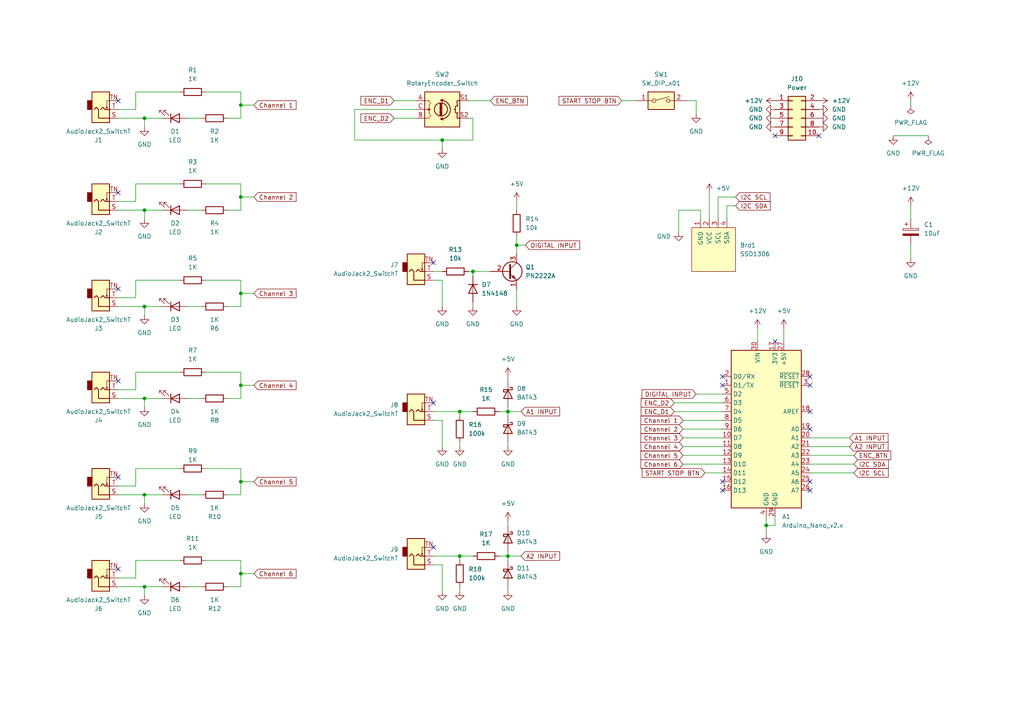
<source format=kicad_sch>
(kicad_sch (version 20211123) (generator eeschema)
  (paper "A4")
  (lib_symbols
    (symbol "Connector:AudioJack2_SwitchT"
      (property "Reference" "J" (at 0 8.89 0))
      (property "Value" "AudioJack2_SwitchT" (at 0 6.35 0))
      (symbol "AudioJack2_SwitchT_0_1"
        (rectangle (start -2.54 0) (end -3.81 -2.54) (stroke (width 0.254)) (fill (type outline)))
        (polyline (pts (xy 1.778 -0.254) (xy 2.032 -0.762)))
        (polyline (pts (xy 0 0) (xy 0.635 -0.635) (xy 1.27 0) (xy 2.54 0)) (stroke (width 0.254)))
        (polyline (pts (xy 2.54 -2.54) (xy 1.778 -2.54) (xy 1.778 -0.254) (xy 1.524 -0.762)))
        (polyline (pts (xy 2.54 2.54) (xy -0.635 2.54) (xy -0.635 0) (xy -1.27 -0.635) (xy -1.905 0)) (stroke (width 0.254)))
        (rectangle (start 2.54 3.81) (end -2.54 -5.08) (stroke (width 0.254)) (fill (type background)))
      )
      (symbol "AudioJack2_SwitchT_1_1"
        (pin passive line (at 5.08 2.54 180) (length 2.54) (name "~") (number "S"))
        (pin passive line (at 5.08 0 180) (length 2.54) (name "~") (number "T"))
        (pin passive line (at 5.08 -2.54 180) (length 2.54) (name "~") (number "TN"))
      )
    )
    (symbol "Connector_Generic:Conn_02x05_Odd_Even" (pin_names (offset 1.016) hide)
      (property "Reference" "J" (at 1.27 7.62 0))
      (property "Value" "Conn_02x05_Odd_Even" (at 1.27 -7.62 0))
      (symbol "Conn_02x05_Odd_Even_1_1"
        (rectangle (start -1.27 -4.953) (end 0 -5.207) (stroke (width 0.1524)))
        (rectangle (start -1.27 -2.413) (end 0 -2.667) (stroke (width 0.1524)))
        (rectangle (start -1.27 0.127) (end 0 -0.127) (stroke (width 0.1524)))
        (rectangle (start -1.27 2.667) (end 0 2.413) (stroke (width 0.1524)))
        (rectangle (start -1.27 5.207) (end 0 4.953) (stroke (width 0.1524)))
        (rectangle (start -1.27 6.35) (end 3.81 -6.35) (stroke (width 0.254)) (fill (type background)))
        (rectangle (start 3.81 -4.953) (end 2.54 -5.207) (stroke (width 0.1524)))
        (rectangle (start 3.81 -2.413) (end 2.54 -2.667) (stroke (width 0.1524)))
        (rectangle (start 3.81 0.127) (end 2.54 -0.127) (stroke (width 0.1524)))
        (rectangle (start 3.81 2.667) (end 2.54 2.413) (stroke (width 0.1524)))
        (rectangle (start 3.81 5.207) (end 2.54 4.953) (stroke (width 0.1524)))
        (pin passive line (at -5.08 5.08 0) (length 3.81) (name "Pin_1") (number "1"))
        (pin passive line (at 7.62 -5.08 180) (length 3.81) (name "Pin_10") (number "10"))
        (pin passive line (at 7.62 5.08 180) (length 3.81) (name "Pin_2") (number "2"))
        (pin passive line (at -5.08 2.54 0) (length 3.81) (name "Pin_3") (number "3"))
        (pin passive line (at 7.62 2.54 180) (length 3.81) (name "Pin_4") (number "4"))
        (pin passive line (at -5.08 0 0) (length 3.81) (name "Pin_5") (number "5"))
        (pin passive line (at 7.62 0 180) (length 3.81) (name "Pin_6") (number "6"))
        (pin passive line (at -5.08 -2.54 0) (length 3.81) (name "Pin_7") (number "7"))
        (pin passive line (at 7.62 -2.54 180) (length 3.81) (name "Pin_8") (number "8"))
        (pin passive line (at -5.08 -5.08 0) (length 3.81) (name "Pin_9") (number "9"))
      )
    )
    (symbol "Device:C_Polarized" (pin_numbers hide) (pin_names (offset 0.254))
      (property "Reference" "C" (at 0.635 2.54 0))
      (property "Value" "C_Polarized" (at 0.635 -2.54 0))
      (symbol "C_Polarized_0_1"
        (rectangle (start -2.286 0.508) (end 2.286 1.016))
        (polyline (pts (xy -1.778 2.286) (xy -0.762 2.286)))
        (polyline (pts (xy -1.27 2.794) (xy -1.27 1.778)))
        (rectangle (start 2.286 -0.508) (end -2.286 -1.016) (fill (type outline)))
      )
      (symbol "C_Polarized_1_1"
        (pin passive line (at 0 3.81 270) (length 2.794) (name "~") (number "1"))
        (pin passive line (at 0 -3.81 90) (length 2.794) (name "~") (number "2"))
      )
    )
    (symbol "Device:D" (pin_numbers hide) (pin_names (offset 1.016) hide)
      (property "Reference" "D" (at 0 2.54 0))
      (property "Value" "D" (at 0 -2.54 0))
      (symbol "D_0_1"
        (polyline (pts (xy -1.27 1.27) (xy -1.27 -1.27)) (stroke (width 0.254)))
        (polyline (pts (xy 1.27 0) (xy -1.27 0)))
        (polyline (pts (xy 1.27 1.27) (xy 1.27 -1.27) (xy -1.27 0) (xy 1.27 1.27)) (stroke (width 0.254)))
      )
      (symbol "D_1_1"
        (pin passive line (at -3.81 0 0) (length 2.54) (name "K") (number "1"))
        (pin passive line (at 3.81 0 180) (length 2.54) (name "A") (number "2"))
      )
    )
    (symbol "Device:D_Schottky" (pin_numbers hide) (pin_names (offset 1.016) hide)
      (property "Reference" "D" (at 0 2.54 0))
      (property "Value" "D_Schottky" (at 0 -2.54 0))
      (symbol "D_Schottky_0_1"
        (polyline (pts (xy 1.27 0) (xy -1.27 0)))
        (polyline (pts (xy 1.27 1.27) (xy 1.27 -1.27) (xy -1.27 0) (xy 1.27 1.27)) (stroke (width 0.254)))
        (polyline (pts (xy -1.905 0.635) (xy -1.905 1.27) (xy -1.27 1.27) (xy -1.27 -1.27) (xy -0.635 -1.27) (xy -0.635 -0.635)) (stroke (width 0.254)))
      )
      (symbol "D_Schottky_1_1"
        (pin passive line (at -3.81 0 0) (length 2.54) (name "K") (number "1"))
        (pin passive line (at 3.81 0 180) (length 2.54) (name "A") (number "2"))
      )
    )
    (symbol "Device:LED" (pin_numbers hide) (pin_names (offset 1.016) hide)
      (property "Reference" "D" (at 0 2.54 0))
      (property "Value" "LED" (at 0 -2.54 0))
      (symbol "LED_0_1"
        (polyline (pts (xy -1.27 -1.27) (xy -1.27 1.27)) (stroke (width 0.254)))
        (polyline (pts (xy -1.27 0) (xy 1.27 0)))
        (polyline (pts (xy 1.27 -1.27) (xy 1.27 1.27) (xy -1.27 0) (xy 1.27 -1.27)) (stroke (width 0.254)))
        (polyline (pts (xy -3.048 -0.762) (xy -4.572 -2.286) (xy -3.81 -2.286) (xy -4.572 -2.286) (xy -4.572 -1.524)))
        (polyline (pts (xy -1.778 -0.762) (xy -3.302 -2.286) (xy -2.54 -2.286) (xy -3.302 -2.286) (xy -3.302 -1.524)))
      )
      (symbol "LED_1_1"
        (pin passive line (at -3.81 0 0) (length 2.54) (name "K") (number "1"))
        (pin passive line (at 3.81 0 180) (length 2.54) (name "A") (number "2"))
      )
    )
    (symbol "Device:R" (pin_numbers hide) (pin_names (offset 0))
      (property "Reference" "R" (at 2.032 0 90))
      (property "Value" "R" (at 0 0 90))
      (symbol "R_0_1"
        (rectangle (start -1.016 -2.54) (end 1.016 2.54) (stroke (width 0.254)))
      )
      (symbol "R_1_1"
        (pin passive line (at 0 3.81 270) (length 1.27) (name "~") (number "1"))
        (pin passive line (at 0 -3.81 90) (length 1.27) (name "~") (number "2"))
      )
    )
    (symbol "Device:RotaryEncoder_Switch" (pin_names (offset 0.254) hide)
      (property "Reference" "SW" (at 0 6.604 0))
      (property "Value" "RotaryEncoder_Switch" (at 0 -6.604 0))
      (symbol "RotaryEncoder_Switch_0_1"
        (rectangle (start -5.08 5.08) (end 5.08 -5.08) (stroke (width 0.254)) (fill (type background)))
        (circle (center -3.81 0) (radius 0.254) (fill (type outline)))
        (arc (start -0.381 -2.794) (mid 2.3622 -0.0508) (end -0.381 2.667) (stroke (width 0.254)))
        (circle (center -0.381 0) (radius 1.905) (stroke (width 0.254)))
        (polyline (pts (xy -0.635 -1.778) (xy -0.635 1.778)) (stroke (width 0.254)))
        (polyline (pts (xy -0.381 -1.778) (xy -0.381 1.778)) (stroke (width 0.254)))
        (polyline (pts (xy -0.127 1.778) (xy -0.127 -1.778)) (stroke (width 0.254)))
        (polyline (pts (xy 3.81 0) (xy 3.429 0)) (stroke (width 0.254)))
        (polyline (pts (xy 3.81 1.016) (xy 3.81 -1.016)) (stroke (width 0.254)))
        (polyline (pts (xy -5.08 -2.54) (xy -3.81 -2.54) (xy -3.81 -2.032)))
        (polyline (pts (xy -5.08 2.54) (xy -3.81 2.54) (xy -3.81 2.032)))
        (polyline (pts (xy 0.254 -3.048) (xy -0.508 -2.794) (xy 0.127 -2.413)) (stroke (width 0.254)))
        (polyline (pts (xy 0.254 2.921) (xy -0.508 2.667) (xy 0.127 2.286)) (stroke (width 0.254)))
        (polyline (pts (xy 5.08 -2.54) (xy 4.318 -2.54) (xy 4.318 -1.016)) (stroke (width 0.254)))
        (polyline (pts (xy 5.08 2.54) (xy 4.318 2.54) (xy 4.318 1.016)) (stroke (width 0.254)))
        (polyline (pts (xy -5.08 0) (xy -3.81 0) (xy -3.81 -1.016) (xy -3.302 -2.032)))
        (polyline (pts (xy -4.318 0) (xy -3.81 0) (xy -3.81 1.016) (xy -3.302 2.032)))
        (circle (center 4.318 -1.016) (radius 0.127) (stroke (width 0.254)))
        (circle (center 4.318 1.016) (radius 0.127) (stroke (width 0.254)))
      )
      (symbol "RotaryEncoder_Switch_1_1"
        (pin passive line (at -7.62 2.54 0) (length 2.54) (name "A") (number "A"))
        (pin passive line (at -7.62 -2.54 0) (length 2.54) (name "B") (number "B"))
        (pin passive line (at -7.62 0 0) (length 2.54) (name "C") (number "C"))
        (pin passive line (at 7.62 2.54 180) (length 2.54) (name "S1") (number "S1"))
        (pin passive line (at 7.62 -2.54 180) (length 2.54) (name "S2") (number "S2"))
      )
    )
    (symbol "MCU_Module:Arduino_Nano_v2.x"
      (property "Reference" "A" (at -10.16 23.495 0))
      (property "Value" "Arduino_Nano_v2.x" (at 5.08 -24.13 0))
      (symbol "Arduino_Nano_v2.x_0_1"
        (rectangle (start -10.16 22.86) (end 10.16 -22.86) (stroke (width 0.254)) (fill (type background)))
      )
      (symbol "Arduino_Nano_v2.x_1_1"
        (pin bidirectional line (at -12.7 12.7 0) (length 2.54) (name "D1/TX") (number "1"))
        (pin bidirectional line (at -12.7 -2.54 0) (length 2.54) (name "D7") (number "10"))
        (pin bidirectional line (at -12.7 -5.08 0) (length 2.54) (name "D8") (number "11"))
        (pin bidirectional line (at -12.7 -7.62 0) (length 2.54) (name "D9") (number "12"))
        (pin bidirectional line (at -12.7 -10.16 0) (length 2.54) (name "D10") (number "13"))
        (pin bidirectional line (at -12.7 -12.7 0) (length 2.54) (name "D11") (number "14"))
        (pin bidirectional line (at -12.7 -15.24 0) (length 2.54) (name "D12") (number "15"))
        (pin bidirectional line (at -12.7 -17.78 0) (length 2.54) (name "D13") (number "16"))
        (pin power_out line (at 2.54 25.4 270) (length 2.54) (name "3V3") (number "17"))
        (pin input line (at 12.7 5.08 180) (length 2.54) (name "AREF") (number "18"))
        (pin bidirectional line (at 12.7 0 180) (length 2.54) (name "A0") (number "19"))
        (pin bidirectional line (at -12.7 15.24 0) (length 2.54) (name "D0/RX") (number "2"))
        (pin bidirectional line (at 12.7 -2.54 180) (length 2.54) (name "A1") (number "20"))
        (pin bidirectional line (at 12.7 -5.08 180) (length 2.54) (name "A2") (number "21"))
        (pin bidirectional line (at 12.7 -7.62 180) (length 2.54) (name "A3") (number "22"))
        (pin bidirectional line (at 12.7 -10.16 180) (length 2.54) (name "A4") (number "23"))
        (pin bidirectional line (at 12.7 -12.7 180) (length 2.54) (name "A5") (number "24"))
        (pin bidirectional line (at 12.7 -15.24 180) (length 2.54) (name "A6") (number "25"))
        (pin bidirectional line (at 12.7 -17.78 180) (length 2.54) (name "A7") (number "26"))
        (pin power_out line (at 5.08 25.4 270) (length 2.54) (name "+5V") (number "27"))
        (pin input line (at 12.7 15.24 180) (length 2.54) (name "~{RESET}") (number "28"))
        (pin power_in line (at 2.54 -25.4 90) (length 2.54) (name "GND") (number "29"))
        (pin input line (at 12.7 12.7 180) (length 2.54) (name "~{RESET}") (number "3"))
        (pin power_in line (at -2.54 25.4 270) (length 2.54) (name "VIN") (number "30"))
        (pin power_in line (at 0 -25.4 90) (length 2.54) (name "GND") (number "4"))
        (pin bidirectional line (at -12.7 10.16 0) (length 2.54) (name "D2") (number "5"))
        (pin bidirectional line (at -12.7 7.62 0) (length 2.54) (name "D3") (number "6"))
        (pin bidirectional line (at -12.7 5.08 0) (length 2.54) (name "D4") (number "7"))
        (pin bidirectional line (at -12.7 2.54 0) (length 2.54) (name "D5") (number "8"))
        (pin bidirectional line (at -12.7 0 0) (length 2.54) (name "D6") (number "9"))
      )
    )
    (symbol "SSD1306-128x64_OLED:SSD1306" (pin_names (offset 1.016))
      (property "Reference" "Brd" (at 0 -3.81 0))
      (property "Value" "SSD1306" (at 0 -1.27 0))
      (symbol "SSD1306_0_1"
        (rectangle (start -6.35 6.35) (end 6.35 -6.35) (fill (type background)))
      )
      (symbol "SSD1306_1_1"
        (pin input line (at -3.81 8.89 270) (length 2.54) (name "GND") (number "1"))
        (pin input line (at -1.27 8.89 270) (length 2.54) (name "VCC") (number "2"))
        (pin input line (at 1.27 8.89 270) (length 2.54) (name "SCL") (number "3"))
        (pin input line (at 3.81 8.89 270) (length 2.54) (name "SDA") (number "4"))
      )
    )
    (symbol "Switch:SW_DIP_x01" (pin_names (offset 0) hide)
      (property "Reference" "SW" (at 0 3.81 0))
      (property "Value" "SW_DIP_x01" (at 0 -3.81 0))
      (symbol "SW_DIP_x01_0_0"
        (circle (center -2.032 0) (radius 0.508))
        (polyline (pts (xy -1.524 0.127) (xy 2.3622 1.1684)))
        (circle (center 2.032 0) (radius 0.508))
      )
      (symbol "SW_DIP_x01_0_1"
        (rectangle (start -3.81 2.54) (end 3.81 -2.54) (stroke (width 0.254)) (fill (type background)))
      )
      (symbol "SW_DIP_x01_1_1"
        (pin passive line (at -7.62 0 0) (length 5.08) (name "~") (number "1"))
        (pin passive line (at 7.62 0 180) (length 5.08) (name "~") (number "2"))
      )
    )
    (symbol "Transistor_BJT:PN2222A" (pin_names (offset 0) hide)
      (property "Reference" "Q" (at 5.08 1.905 0))
      (property "Value" "PN2222A" (at 5.08 0 0))
      (symbol "PN2222A_0_1"
        (polyline (pts (xy 0 0) (xy 0.635 0)))
        (polyline (pts (xy 2.54 -2.54) (xy 0.635 -0.635)))
        (polyline (pts (xy 2.54 2.54) (xy 0.635 0.635)))
        (polyline (pts (xy 0.635 1.905) (xy 0.635 -1.905) (xy 0.635 -1.905)) (stroke (width 0.508)))
        (polyline (pts (xy 2.413 -2.413) (xy 1.905 -1.905) (xy 1.905 -1.905)))
        (polyline (pts (xy 1.143 -1.651) (xy 1.651 -1.143) (xy 2.159 -2.159) (xy 1.143 -1.651) (xy 1.143 -1.651)) (fill (type outline)))
        (circle (center 1.27 0) (radius 2.8194) (stroke (width 0.254)))
      )
      (symbol "PN2222A_1_1"
        (pin passive line (at 2.54 -5.08 90) (length 2.54) (name "E") (number "1"))
        (pin input line (at -5.08 0 0) (length 5.08) (name "B") (number "2"))
        (pin passive line (at 2.54 5.08 270) (length 2.54) (name "C") (number "3"))
      )
    )
    (symbol "power:+12V" (power) (pin_names (offset 0))
      (property "Value" "+12V" (at 0 3.556 0))
      (symbol "+12V_0_1"
        (polyline (pts (xy -0.762 1.27) (xy 0 2.54)))
        (polyline (pts (xy 0 0) (xy 0 2.54)))
        (polyline (pts (xy 0 2.54) (xy 0.762 1.27)))
      )
      (symbol "+12V_1_1"
        (pin power_in line (at 0 0 90) (length 0) hide (name "+12V") (number "1"))
      )
    )
    (symbol "power:+5V" (power) (pin_names (offset 0))
      (property "Value" "+5V" (at 0 3.556 0))
      (symbol "+5V_0_1"
        (polyline (pts (xy -0.762 1.27) (xy 0 2.54)))
        (polyline (pts (xy 0 0) (xy 0 2.54)))
        (polyline (pts (xy 0 2.54) (xy 0.762 1.27)))
      )
      (symbol "+5V_1_1"
        (pin power_in line (at 0 0 90) (length 0) hide (name "+5V") (number "1"))
      )
    )
    (symbol "power:GND" (power) (pin_names (offset 0))
      (property "Value" "GND" (at 0 -3.81 0))
      (symbol "GND_0_1"
        (polyline (pts (xy 0 0) (xy 0 -1.27) (xy 1.27 -1.27) (xy 0 -2.54) (xy -1.27 -1.27) (xy 0 -1.27)))
      )
      (symbol "GND_1_1"
        (pin power_in line (at 0 0 270) (length 0) hide (name "GND") (number "1"))
      )
    )
    (symbol "power:PWR_FLAG" (power) (pin_numbers hide) (pin_names (offset 0) hide)
      (property "Value" "PWR_FLAG" (at 0 3.81 0))
      (symbol "PWR_FLAG_0_0"
        (pin power_out line (at 0 0 90) (length 0) (name "pwr") (number "1"))
      )
      (symbol "PWR_FLAG_0_1"
        (polyline (pts (xy 0 0) (xy 0 1.27) (xy -1.016 1.905) (xy 0 2.54) (xy 1.016 1.905) (xy 0 1.27)))
      )
    )
  )
  (junction (at 133.35 119.38))
  (junction (at 149.86 71.12))
  (junction (at 41.91 34.29))
  (junction (at 137.16 78.74))
  (junction (at 41.91 143.51))
  (junction (at 69.85 139.7))
  (junction (at 147.32 119.38))
  (junction (at 133.35 161.29))
  (junction (at 41.91 115.57))
  (junction (at 69.85 85.09))
  (junction (at 41.91 170.18))
  (junction (at 69.85 57.15))
  (junction (at 128.27 40.64))
  (junction (at 69.85 166.37))
  (junction (at 41.91 60.96))
  (junction (at 69.85 111.76))
  (junction (at 222.25 152.4))
  (junction (at 41.91 88.9))
  (junction (at 147.32 161.29))
  (junction (at 69.85 30.48))
  (no_connect (at 234.95 124.46))
  (no_connect (at 34.29 110.49))
  (no_connect (at 125.73 76.2))
  (no_connect (at 234.95 109.22))
  (no_connect (at 234.95 142.24))
  (no_connect (at 209.55 139.7))
  (no_connect (at 34.29 165.1))
  (no_connect (at 234.95 111.76))
  (no_connect (at 234.95 119.38))
  (no_connect (at 125.73 158.75))
  (no_connect (at 209.55 109.22))
  (no_connect (at 34.29 138.43))
  (no_connect (at 34.29 83.82))
  (no_connect (at 209.55 142.24))
  (no_connect (at 34.29 55.88))
  (no_connect (at 237.49 39.37))
  (no_connect (at 224.79 99.06))
  (no_connect (at 34.29 29.21))
  (no_connect (at 234.95 139.7))
  (no_connect (at 224.79 39.37))
  (no_connect (at 125.73 116.84))
  (no_connect (at 209.55 111.76))
  (wire (pts (xy 102.87 40.64) (xy 128.27 40.64)))
  (wire (pts (xy 147.32 119.38) (xy 147.32 120.65)))
  (wire (pts (xy 208.28 57.15) (xy 208.28 63.5)))
  (wire (pts (xy 69.85 166.37) (xy 69.85 170.18)))
  (wire (pts (xy 147.32 119.38) (xy 151.13 119.38)))
  (wire (pts (xy 135.89 78.74) (xy 137.16 78.74)))
  (wire (pts (xy 39.37 58.42) (xy 39.37 53.34)))
  (wire (pts (xy 198.12 124.46) (xy 209.55 124.46)))
  (wire (pts (xy 149.86 71.12) (xy 149.86 73.66)))
  (wire (pts (xy 54.61 143.51) (xy 58.42 143.51)))
  (wire (pts (xy 125.73 78.74) (xy 128.27 78.74)))
  (wire (pts (xy 147.32 161.29) (xy 147.32 162.56)))
  (wire (pts (xy 137.16 34.29) (xy 137.16 40.64)))
  (wire (pts (xy 137.16 40.64) (xy 128.27 40.64)))
  (wire (pts (xy 39.37 26.67) (xy 52.07 26.67)))
  (wire (pts (xy 34.29 34.29) (xy 41.91 34.29)))
  (wire (pts (xy 222.25 152.4) (xy 224.79 152.4)))
  (wire (pts (xy 41.91 34.29) (xy 46.99 34.29)))
  (wire (pts (xy 149.86 83.82) (xy 149.86 88.9)))
  (wire (pts (xy 34.29 88.9) (xy 41.91 88.9)))
  (wire (pts (xy 137.16 161.29) (xy 133.35 161.29)))
  (wire (pts (xy 135.89 29.21) (xy 142.24 29.21)))
  (wire (pts (xy 39.37 140.97) (xy 39.37 135.89)))
  (wire (pts (xy 203.2 60.96) (xy 203.2 63.5)))
  (wire (pts (xy 39.37 167.64) (xy 39.37 162.56)))
  (wire (pts (xy 213.36 57.15) (xy 208.28 57.15)))
  (wire (pts (xy 54.61 115.57) (xy 58.42 115.57)))
  (wire (pts (xy 39.37 162.56) (xy 52.07 162.56)))
  (wire (pts (xy 114.3 29.21) (xy 120.65 29.21)))
  (wire (pts (xy 133.35 119.38) (xy 133.35 120.65)))
  (wire (pts (xy 41.91 60.96) (xy 41.91 63.5)))
  (wire (pts (xy 39.37 31.75) (xy 39.37 26.67)))
  (wire (pts (xy 149.86 58.42) (xy 149.86 60.96)))
  (wire (pts (xy 227.33 95.25) (xy 227.33 99.06)))
  (wire (pts (xy 34.29 140.97) (xy 39.37 140.97)))
  (wire (pts (xy 34.29 170.18) (xy 41.91 170.18)))
  (wire (pts (xy 59.69 26.67) (xy 69.85 26.67)))
  (wire (pts (xy 133.35 161.29) (xy 133.35 162.56)))
  (wire (pts (xy 184.15 29.21) (xy 180.34 29.21)))
  (wire (pts (xy 69.85 53.34) (xy 69.85 57.15)))
  (wire (pts (xy 54.61 34.29) (xy 58.42 34.29)))
  (wire (pts (xy 125.73 121.92) (xy 128.27 121.92)))
  (wire (pts (xy 198.12 134.62) (xy 209.55 134.62)))
  (wire (pts (xy 264.16 59.69) (xy 264.16 63.5)))
  (wire (pts (xy 135.89 34.29) (xy 137.16 34.29)))
  (wire (pts (xy 147.32 160.02) (xy 147.32 161.29)))
  (wire (pts (xy 147.32 109.22) (xy 147.32 110.49)))
  (wire (pts (xy 41.91 60.96) (xy 46.99 60.96)))
  (wire (pts (xy 234.95 129.54) (xy 246.38 129.54)))
  (wire (pts (xy 39.37 81.28) (xy 52.07 81.28)))
  (wire (pts (xy 224.79 149.86) (xy 224.79 152.4)))
  (wire (pts (xy 147.32 128.27) (xy 147.32 129.54)))
  (wire (pts (xy 69.85 81.28) (xy 69.85 85.09)))
  (wire (pts (xy 54.61 60.96) (xy 58.42 60.96)))
  (wire (pts (xy 34.29 58.42) (xy 39.37 58.42)))
  (wire (pts (xy 34.29 86.36) (xy 39.37 86.36)))
  (wire (pts (xy 147.32 151.13) (xy 147.32 152.4)))
  (wire (pts (xy 69.85 57.15) (xy 69.85 60.96)))
  (wire (pts (xy 205.74 55.88) (xy 205.74 63.5)))
  (wire (pts (xy 234.95 127) (xy 246.38 127)))
  (wire (pts (xy 39.37 107.95) (xy 52.07 107.95)))
  (wire (pts (xy 69.85 107.95) (xy 69.85 111.76)))
  (wire (pts (xy 41.91 34.29) (xy 41.91 36.83)))
  (wire (pts (xy 147.32 170.18) (xy 147.32 171.45)))
  (wire (pts (xy 204.47 137.16) (xy 209.55 137.16)))
  (wire (pts (xy 137.16 87.63) (xy 137.16 88.9)))
  (wire (pts (xy 34.29 143.51) (xy 41.91 143.51)))
  (wire (pts (xy 41.91 115.57) (xy 41.91 118.11)))
  (wire (pts (xy 198.12 127) (xy 209.55 127)))
  (wire (pts (xy 69.85 26.67) (xy 69.85 30.48)))
  (wire (pts (xy 41.91 170.18) (xy 46.99 170.18)))
  (wire (pts (xy 210.82 59.69) (xy 210.82 63.5)))
  (wire (pts (xy 69.85 111.76) (xy 69.85 115.57)))
  (wire (pts (xy 34.29 113.03) (xy 39.37 113.03)))
  (wire (pts (xy 144.78 161.29) (xy 147.32 161.29)))
  (wire (pts (xy 198.12 132.08) (xy 209.55 132.08)))
  (wire (pts (xy 69.85 30.48) (xy 73.66 30.48)))
  (wire (pts (xy 264.16 30.48) (xy 264.16 29.21)))
  (wire (pts (xy 128.27 81.28) (xy 128.27 88.9)))
  (wire (pts (xy 69.85 166.37) (xy 73.66 166.37)))
  (wire (pts (xy 34.29 31.75) (xy 39.37 31.75)))
  (wire (pts (xy 120.65 31.75) (xy 102.87 31.75)))
  (wire (pts (xy 198.12 121.92) (xy 209.55 121.92)))
  (wire (pts (xy 196.85 67.31) (xy 196.85 60.96)))
  (wire (pts (xy 69.85 115.57) (xy 66.04 115.57)))
  (wire (pts (xy 264.16 71.12) (xy 264.16 74.93)))
  (wire (pts (xy 198.12 129.54) (xy 209.55 129.54)))
  (wire (pts (xy 149.86 71.12) (xy 152.4 71.12)))
  (wire (pts (xy 41.91 143.51) (xy 41.91 146.05)))
  (wire (pts (xy 137.16 78.74) (xy 137.16 80.01)))
  (wire (pts (xy 201.93 29.21) (xy 199.39 29.21)))
  (wire (pts (xy 234.95 137.16) (xy 247.65 137.16)))
  (wire (pts (xy 41.91 143.51) (xy 46.99 143.51)))
  (wire (pts (xy 125.73 81.28) (xy 128.27 81.28)))
  (wire (pts (xy 201.93 114.3) (xy 209.55 114.3)))
  (wire (pts (xy 114.3 34.29) (xy 120.65 34.29)))
  (wire (pts (xy 201.93 29.21) (xy 201.93 33.02)))
  (wire (pts (xy 195.58 116.84) (xy 209.55 116.84)))
  (wire (pts (xy 39.37 113.03) (xy 39.37 107.95)))
  (wire (pts (xy 34.29 60.96) (xy 41.91 60.96)))
  (wire (pts (xy 69.85 143.51) (xy 66.04 143.51)))
  (wire (pts (xy 69.85 85.09) (xy 69.85 88.9)))
  (wire (pts (xy 137.16 119.38) (xy 133.35 119.38)))
  (wire (pts (xy 54.61 88.9) (xy 58.42 88.9)))
  (wire (pts (xy 102.87 31.75) (xy 102.87 40.64)))
  (wire (pts (xy 41.91 88.9) (xy 46.99 88.9)))
  (wire (pts (xy 137.16 78.74) (xy 142.24 78.74)))
  (wire (pts (xy 195.58 119.38) (xy 209.55 119.38)))
  (wire (pts (xy 69.85 34.29) (xy 66.04 34.29)))
  (wire (pts (xy 41.91 115.57) (xy 46.99 115.57)))
  (wire (pts (xy 149.86 68.58) (xy 149.86 71.12)))
  (wire (pts (xy 69.85 139.7) (xy 73.66 139.7)))
  (wire (pts (xy 234.95 134.62) (xy 247.65 134.62)))
  (wire (pts (xy 128.27 40.64) (xy 128.27 43.18)))
  (wire (pts (xy 69.85 30.48) (xy 69.85 34.29)))
  (wire (pts (xy 59.69 53.34) (xy 69.85 53.34)))
  (wire (pts (xy 59.69 135.89) (xy 69.85 135.89)))
  (wire (pts (xy 259.08 39.37) (xy 269.24 39.37)))
  (wire (pts (xy 41.91 170.18) (xy 41.91 172.72)))
  (wire (pts (xy 133.35 119.38) (xy 125.73 119.38)))
  (wire (pts (xy 147.32 118.11) (xy 147.32 119.38)))
  (wire (pts (xy 222.25 149.86) (xy 222.25 152.4)))
  (wire (pts (xy 69.85 111.76) (xy 73.66 111.76)))
  (wire (pts (xy 69.85 88.9) (xy 66.04 88.9)))
  (wire (pts (xy 133.35 128.27) (xy 133.35 129.54)))
  (wire (pts (xy 69.85 60.96) (xy 66.04 60.96)))
  (wire (pts (xy 41.91 88.9) (xy 41.91 91.44)))
  (wire (pts (xy 54.61 170.18) (xy 58.42 170.18)))
  (wire (pts (xy 147.32 161.29) (xy 151.13 161.29)))
  (wire (pts (xy 39.37 53.34) (xy 52.07 53.34)))
  (wire (pts (xy 196.85 60.96) (xy 203.2 60.96)))
  (wire (pts (xy 219.71 95.25) (xy 219.71 99.06)))
  (wire (pts (xy 128.27 121.92) (xy 128.27 129.54)))
  (wire (pts (xy 69.85 57.15) (xy 73.66 57.15)))
  (wire (pts (xy 34.29 115.57) (xy 41.91 115.57)))
  (wire (pts (xy 133.35 170.18) (xy 133.35 171.45)))
  (wire (pts (xy 59.69 107.95) (xy 69.85 107.95)))
  (wire (pts (xy 69.85 135.89) (xy 69.85 139.7)))
  (wire (pts (xy 34.29 167.64) (xy 39.37 167.64)))
  (wire (pts (xy 234.95 132.08) (xy 247.65 132.08)))
  (wire (pts (xy 69.85 139.7) (xy 69.85 143.51)))
  (wire (pts (xy 59.69 162.56) (xy 69.85 162.56)))
  (wire (pts (xy 133.35 161.29) (xy 125.73 161.29)))
  (wire (pts (xy 144.78 119.38) (xy 147.32 119.38)))
  (wire (pts (xy 213.36 59.69) (xy 210.82 59.69)))
  (wire (pts (xy 222.25 152.4) (xy 222.25 154.94)))
  (wire (pts (xy 69.85 162.56) (xy 69.85 166.37)))
  (wire (pts (xy 39.37 135.89) (xy 52.07 135.89)))
  (wire (pts (xy 128.27 163.83) (xy 128.27 171.45)))
  (wire (pts (xy 59.69 81.28) (xy 69.85 81.28)))
  (wire (pts (xy 39.37 86.36) (xy 39.37 81.28)))
  (wire (pts (xy 125.73 163.83) (xy 128.27 163.83)))
  (wire (pts (xy 69.85 85.09) (xy 73.66 85.09)))
  (wire (pts (xy 69.85 170.18) (xy 66.04 170.18)))
  (global_label "START STOP BTN" (shape input) (at 180.34 29.21 180) (property "Intersheet References" "${INTERSHEET_REFS}" (effects hide)))
  (global_label "A2 INPUT" (shape input) (at 246.38 129.54 0) (property "Intersheet References" "${INTERSHEET_REFS}" (effects hide)))
  (global_label "Channel 5" (shape input) (at 198.12 132.08 180) (property "Intersheet References" "${INTERSHEET_REFS}" (effects hide)))
  (global_label "Channel 1" (shape input) (at 198.12 121.92 180) (property "Intersheet References" "${INTERSHEET_REFS}" (effects hide)))
  (global_label "Channel 4" (shape input) (at 198.12 129.54 180) (property "Intersheet References" "${INTERSHEET_REFS}" (effects hide)))
  (global_label "ENC_BTN" (shape input) (at 247.65 132.08 0) (property "Intersheet References" "${INTERSHEET_REFS}" (effects hide)))
  (global_label "START STOP BTN" (shape input) (at 204.47 137.16 180) (property "Intersheet References" "${INTERSHEET_REFS}" (effects hide)))
  (global_label "Channel 5" (shape input) (at 73.66 139.7 0) (property "Intersheet References" "${INTERSHEET_REFS}" (effects hide)))
  (global_label "ENC_D2" (shape input) (at 114.3 34.29 180) (property "Intersheet References" "${INTERSHEET_REFS}" (effects hide)))
  (global_label "Channel 3" (shape input) (at 198.12 127 180) (property "Intersheet References" "${INTERSHEET_REFS}" (effects hide)))
  (global_label "A1 INPUT" (shape input) (at 151.13 119.38 0) (property "Intersheet References" "${INTERSHEET_REFS}" (effects hide)))
  (global_label "Channel 3" (shape input) (at 73.66 85.09 0) (property "Intersheet References" "${INTERSHEET_REFS}" (effects hide)))
  (global_label "ENC_BTN" (shape input) (at 142.24 29.21 0) (property "Intersheet References" "${INTERSHEET_REFS}" (effects hide)))
  (global_label "DIGITAL INPUT" (shape input) (at 201.93 114.3 180) (property "Intersheet References" "${INTERSHEET_REFS}" (effects hide)))
  (global_label "I2C SDA" (shape input) (at 247.65 134.62 0) (property "Intersheet References" "${INTERSHEET_REFS}" (effects hide)))
  (global_label "Channel 6" (shape input) (at 73.66 166.37 0) (property "Intersheet References" "${INTERSHEET_REFS}" (effects hide)))
  (global_label "Channel 1" (shape input) (at 73.66 30.48 0) (property "Intersheet References" "${INTERSHEET_REFS}" (effects hide)))
  (global_label "DIGITAL INPUT" (shape input) (at 152.4 71.12 0) (property "Intersheet References" "${INTERSHEET_REFS}" (effects hide)))
  (global_label "ENC_D2" (shape input) (at 195.58 116.84 180) (property "Intersheet References" "${INTERSHEET_REFS}" (effects hide)))
  (global_label "ENC_D1" (shape input) (at 114.3 29.21 180) (property "Intersheet References" "${INTERSHEET_REFS}" (effects hide)))
  (global_label "Channel 2" (shape input) (at 73.66 57.15 0) (property "Intersheet References" "${INTERSHEET_REFS}" (effects hide)))
  (global_label "Channel 4" (shape input) (at 73.66 111.76 0) (property "Intersheet References" "${INTERSHEET_REFS}" (effects hide)))
  (global_label "ENC_D1" (shape input) (at 195.58 119.38 180) (property "Intersheet References" "${INTERSHEET_REFS}" (effects hide)))
  (global_label "Channel 2" (shape input) (at 198.12 124.46 180) (property "Intersheet References" "${INTERSHEET_REFS}" (effects hide)))
  (global_label "I2C SCL" (shape input) (at 213.36 57.15 0) (property "Intersheet References" "${INTERSHEET_REFS}" (effects hide)))
  (global_label "I2C SDA" (shape input) (at 213.36 59.69 0) (property "Intersheet References" "${INTERSHEET_REFS}" (effects hide)))
  (global_label "A2 INPUT" (shape input) (at 151.13 161.29 0) (property "Intersheet References" "${INTERSHEET_REFS}" (effects hide)))
  (global_label "I2C SCL" (shape input) (at 247.65 137.16 0) (property "Intersheet References" "${INTERSHEET_REFS}" (effects hide)))
  (global_label "Channel 6" (shape input) (at 198.12 134.62 180) (property "Intersheet References" "${INTERSHEET_REFS}" (effects hide)))
  (global_label "A1 INPUT" (shape input) (at 246.38 127 0) (property "Intersheet References" "${INTERSHEET_REFS}" (effects hide)))
  (symbol (lib_id "power:GND") (at 149.86 88.9 0) (unit 1)
    (property "Reference" "#PWR0133" (effects hide))
    (property "Value" "GND" (at 149.86 93.98 0))
  )
  (symbol (lib_id "power:GND") (at 222.25 154.94 0) (unit 1)
    (property "Reference" "#PWR0115" (effects hide))
    (property "Value" "GND" (at 222.25 160.02 0))
  )
  (symbol (lib_id "Connector:AudioJack2_SwitchT") (at 120.65 119.38 0) (mirror x) (unit 1)
    (property "Reference" "J8" (at 115.57 117.4749 0) (effects (justify right)))
    (property "Value" "AudioJack2_SwitchT" (at 115.57 120.0149 0) (effects (justify right)))
    (property "Footprint" "Connector_Audio:Jack_3.5mm_QingPu_WQP-PJ398SM_Vertical_CircularHoles" (effects hide))
  )
  (symbol (lib_id "Connector:AudioJack2_SwitchT") (at 29.21 31.75 0) (mirror x) (unit 1)
    (property "Reference" "J1" (at 28.575 40.64 0))
    (property "Value" "AudioJack2_SwitchT" (at 28.575 38.1 0))
    (property "Footprint" "Connector_Audio:Jack_3.5mm_QingPu_WQP-PJ398SM_Vertical_CircularHoles" (effects hide))
  )
  (symbol (lib_id "Device:LED") (at 50.8 88.9 0) (mirror x) (unit 1)
    (property "Reference" "D3" (at 50.8 92.71 0))
    (property "Value" "LED" (at 50.8 95.25 0))
    (property "Footprint" "LED_THT:LED_D3.0mm_Clear" (effects hide))
  )
  (symbol (lib_id "power:GND") (at 133.35 171.45 0) (mirror y) (unit 1)
    (property "Reference" "#PWR0109" (effects hide))
    (property "Value" "GND" (at 133.35 176.53 0))
  )
  (symbol (lib_id "power:+5V") (at 149.86 58.42 0) (unit 1)
    (property "Reference" "#PWR0134" (effects hide))
    (property "Value" "+5V" (at 149.86 53.34 0))
  )
  (symbol (lib_id "Device:R") (at 133.35 124.46 0) (mirror y) (unit 1)
    (property "Reference" "R16" (at 135.89 123.1899 0) (effects (justify right)))
    (property "Value" "100k" (at 135.89 125.7299 0) (effects (justify right)))
    (property "Footprint" "Resistor_THT:R_Axial_DIN0207_L6.3mm_D2.5mm_P10.16mm_Horizontal" (effects hide))
  )
  (symbol (lib_id "power:GND") (at 41.91 118.11 0) (mirror y) (unit 1)
    (property "Reference" "#PWR0104" (effects hide))
    (property "Value" "GND" (at 41.91 123.19 0))
  )
  (symbol (lib_id "power:+12V") (at 264.16 29.21 0) (unit 1)
    (property "Reference" "#PWR0136" (effects hide))
    (property "Value" "+12V" (at 266.7 24.13 0) (effects (justify right)))
  )
  (symbol (lib_id "power:GND") (at 147.32 171.45 0) (mirror y) (unit 1)
    (property "Reference" "#PWR0108" (effects hide))
    (property "Value" "GND" (at 147.32 176.53 0))
  )
  (symbol (lib_id "Connector:AudioJack2_SwitchT") (at 29.21 167.64 0) (mirror x) (unit 1)
    (property "Reference" "J6" (at 28.575 176.53 0))
    (property "Value" "AudioJack2_SwitchT" (at 28.575 173.99 0))
    (property "Footprint" "Connector_Audio:Jack_3.5mm_QingPu_WQP-PJ398SM_Vertical_CircularHoles" (effects hide))
  )
  (symbol (lib_id "power:+12V") (at 219.71 95.25 0) (unit 1)
    (property "Reference" "#PWR0116" (effects hide))
    (property "Value" "+12V" (at 219.71 90.17 0))
  )
  (symbol (lib_id "power:GND") (at 224.79 31.75 270) (unit 1)
    (property "Reference" "#PWR0130" (effects hide))
    (property "Value" "GND" (at 217.17 31.75 90) (effects (justify left)))
  )
  (symbol (lib_id "power:GND") (at 133.35 129.54 0) (mirror y) (unit 1)
    (property "Reference" "#PWR0114" (effects hide))
    (property "Value" "GND" (at 133.35 134.62 0))
  )
  (symbol (lib_id "Device:LED") (at 50.8 115.57 0) (mirror x) (unit 1)
    (property "Reference" "D4" (at 50.8 119.38 0))
    (property "Value" "LED" (at 50.8 121.92 0))
    (property "Footprint" "LED_THT:LED_D3.0mm_Clear" (effects hide))
  )
  (symbol (lib_id "power:GND") (at 237.49 31.75 90) (unit 1)
    (property "Reference" "#PWR0119" (effects hide))
    (property "Value" "GND" (at 241.3 31.7499 90) (effects (justify right)))
  )
  (symbol (lib_id "Device:R") (at 133.35 166.37 0) (mirror y) (unit 1)
    (property "Reference" "R18" (at 135.89 165.0999 0) (effects (justify right)))
    (property "Value" "100k" (at 135.89 167.6399 0) (effects (justify right)))
    (property "Footprint" "Resistor_THT:R_Axial_DIN0207_L6.3mm_D2.5mm_P10.16mm_Horizontal" (effects hide))
  )
  (symbol (lib_id "power:GND") (at 264.16 74.93 0) (unit 1)
    (property "Reference" "#PWR0125" (effects hide))
    (property "Value" "GND" (at 264.16 80.01 0))
  )
  (symbol (lib_id "power:GND") (at 237.49 36.83 90) (unit 1)
    (property "Reference" "#PWR0120" (effects hide))
    (property "Value" "GND" (at 241.3 36.8299 90) (effects (justify right)))
  )
  (symbol (lib_id "Device:D_Schottky") (at 147.32 114.3 270) (unit 1)
    (property "Reference" "D8" (at 149.86 112.7124 90) (effects (justify left)))
    (property "Value" "BAT43" (at 149.86 115.2524 90) (effects (justify left)))
    (property "Footprint" "Diode_THT:D_T-1_P10.16mm_Horizontal" (effects hide))
  )
  (symbol (lib_id "MCU_Module:Arduino_Nano_v2.x") (at 222.25 124.46 0) (unit 1)
    (property "Reference" "A1" (at 226.8094 149.86 0) (effects (justify left)))
    (property "Value" "Arduino_Nano_v2.x" (at 226.8094 152.4 0) (effects (justify left)))
    (property "Footprint" "Module:Arduino_Nano" (effects hide))
    (property "Datasheet" "https://www.arduino.cc/en/uploads/Main/ArduinoNanoManual23.pdf" (effects hide))
  )
  (symbol (lib_id "Device:D_Schottky") (at 147.32 124.46 270) (unit 1)
    (property "Reference" "D9" (at 149.86 122.8724 90) (effects (justify left)))
    (property "Value" "BAT43" (at 149.86 125.4124 90) (effects (justify left)))
    (property "Footprint" "Diode_THT:D_T-1_P10.16mm_Horizontal" (effects hide))
  )
  (symbol (lib_id "Device:R") (at 62.23 88.9 90) (mirror x) (unit 1)
    (property "Reference" "R6" (at 62.23 95.25 90))
    (property "Value" "1K" (at 62.23 92.71 90))
    (property "Footprint" "Resistor_THT:R_Axial_DIN0207_L6.3mm_D2.5mm_P10.16mm_Horizontal" (effects hide))
  )
  (symbol (lib_id "power:GND") (at 128.27 129.54 0) (mirror y) (unit 1)
    (property "Reference" "#PWR0113" (effects hide))
    (property "Value" "GND" (at 128.27 134.62 0))
  )
  (symbol (lib_id "power:GND") (at 137.16 88.9 0) (unit 1)
    (property "Reference" "#PWR0132" (effects hide))
    (property "Value" "GND" (at 137.16 93.98 0))
  )
  (symbol (lib_id "power:GND") (at 224.79 36.83 270) (unit 1)
    (property "Reference" "#PWR0129" (effects hide))
    (property "Value" "GND" (at 217.17 36.83 90) (effects (justify left)))
  )
  (symbol (lib_id "Device:R") (at 62.23 143.51 90) (mirror x) (unit 1)
    (property "Reference" "R10" (at 62.23 149.86 90))
    (property "Value" "1K" (at 62.23 147.32 90))
    (property "Footprint" "Resistor_THT:R_Axial_DIN0207_L6.3mm_D2.5mm_P10.16mm_Horizontal" (effects hide))
  )
  (symbol (lib_id "Device:LED") (at 50.8 34.29 0) (mirror x) (unit 1)
    (property "Reference" "D1" (at 50.8 38.1 0))
    (property "Value" "LED" (at 50.8 40.64 0))
    (property "Footprint" "LED_THT:LED_D3.0mm_Clear" (effects hide))
  )
  (symbol (lib_id "Device:R") (at 132.08 78.74 90) (unit 1)
    (property "Reference" "R13" (at 132.08 72.39 90))
    (property "Value" "10k" (at 132.08 74.93 90))
    (property "Footprint" "Resistor_THT:R_Axial_DIN0207_L6.3mm_D2.5mm_P10.16mm_Horizontal" (effects hide))
  )
  (symbol (lib_id "power:PWR_FLAG") (at 264.16 30.48 180) (unit 1)
    (property "Reference" "#FLG0101" (effects hide))
    (property "Value" "PWR_FLAG" (at 264.16 35.56 0))
  )
  (symbol (lib_id "Device:R") (at 55.88 81.28 270) (mirror x) (unit 1)
    (property "Reference" "R5" (at 55.88 74.93 90))
    (property "Value" "1K" (at 55.88 77.47 90))
    (property "Footprint" "Resistor_THT:R_Axial_DIN0207_L6.3mm_D2.5mm_P10.16mm_Horizontal" (effects hide))
  )
  (symbol (lib_id "Device:R") (at 62.23 60.96 90) (mirror x) (unit 1)
    (property "Reference" "R4" (at 62.23 64.77 90))
    (property "Value" "1K" (at 62.23 67.31 90))
    (property "Footprint" "Resistor_THT:R_Axial_DIN0207_L6.3mm_D2.5mm_P10.16mm_Horizontal" (effects hide))
  )
  (symbol (lib_id "Connector:AudioJack2_SwitchT") (at 120.65 161.29 0) (mirror x) (unit 1)
    (property "Reference" "J9" (at 115.57 159.3849 0) (effects (justify right)))
    (property "Value" "AudioJack2_SwitchT" (at 115.57 161.9249 0) (effects (justify right)))
    (property "Footprint" "Connector_Audio:Jack_3.5mm_QingPu_WQP-PJ398SM_Vertical_CircularHoles" (effects hide))
  )
  (symbol (lib_id "Device:R") (at 55.88 107.95 270) (mirror x) (unit 1)
    (property "Reference" "R7" (at 55.88 101.6 90))
    (property "Value" "1K" (at 55.88 104.14 90))
    (property "Footprint" "Resistor_THT:R_Axial_DIN0207_L6.3mm_D2.5mm_P10.16mm_Horizontal" (effects hide))
  )
  (symbol (lib_id "Device:R") (at 140.97 161.29 270) (mirror x) (unit 1)
    (property "Reference" "R17" (at 140.97 154.94 90))
    (property "Value" "1K" (at 140.97 157.48 90))
    (property "Footprint" "Resistor_THT:R_Axial_DIN0207_L6.3mm_D2.5mm_P10.16mm_Horizontal" (effects hide))
  )
  (symbol (lib_id "power:GND") (at 128.27 171.45 0) (mirror y) (unit 1)
    (property "Reference" "#PWR0107" (effects hide))
    (property "Value" "GND" (at 128.27 176.53 0))
  )
  (symbol (lib_id "power:+12V") (at 224.79 29.21 90) (unit 1)
    (property "Reference" "#PWR0128" (effects hide))
    (property "Value" "+12V" (at 215.9 29.21 90) (effects (justify right)))
  )
  (symbol (lib_id "power:GND") (at 196.85 67.31 0) (unit 1)
    (property "Reference" "#PWR0126" (effects hide))
    (property "Value" "GND" (at 190.5 68.58 0) (effects (justify left)))
  )
  (symbol (lib_id "SSD1306-128x64_OLED:SSD1306") (at 207.01 72.39 0) (unit 1)
    (property "Reference" "Brd1" (at 214.63 71.1199 0) (effects (justify left)))
    (property "Value" "SSD1306" (at 214.63 73.6599 0) (effects (justify left)))
    (property "Footprint" "SDD1360 I2C:128x64OLED" (effects hide))
  )
  (symbol (lib_id "power:GND") (at 41.91 63.5 0) (mirror y) (unit 1)
    (property "Reference" "#PWR0103" (effects hide))
    (property "Value" "GND" (at 41.91 68.58 0))
  )
  (symbol (lib_id "power:GND") (at 201.93 33.02 0) (unit 1)
    (property "Reference" "#PWR0123" (effects hide))
    (property "Value" "GND" (at 201.93 38.1 0))
  )
  (symbol (lib_id "Device:RotaryEncoder_Switch") (at 128.27 31.75 0) (unit 1)
    (property "Reference" "SW2" (at 128.27 21.59 0))
    (property "Value" "RotaryEncoder_Switch" (at 128.27 24.13 0))
    (property "Footprint" "Rotary_Encoder:RotaryEncoder_Alps_EC12E-Switch_Vertical_H20mm" (effects hide))
  )
  (symbol (lib_id "Device:D_Schottky") (at 147.32 156.21 270) (unit 1)
    (property "Reference" "D10" (at 149.86 154.6224 90) (effects (justify left)))
    (property "Value" "BAT43" (at 149.86 157.1624 90) (effects (justify left)))
    (property "Footprint" "Diode_THT:D_T-1_P10.16mm_Horizontal" (effects hide))
  )
  (symbol (lib_id "Device:LED") (at 50.8 170.18 0) (mirror x) (unit 1)
    (property "Reference" "D6" (at 50.8 173.99 0))
    (property "Value" "LED" (at 50.8 176.53 0))
    (property "Footprint" "LED_THT:LED_D3.0mm_Clear" (effects hide))
  )
  (symbol (lib_id "Device:R") (at 62.23 34.29 90) (mirror x) (unit 1)
    (property "Reference" "R2" (at 62.23 38.1 90))
    (property "Value" "1K" (at 62.23 40.64 90))
    (property "Footprint" "Resistor_THT:R_Axial_DIN0207_L6.3mm_D2.5mm_P10.16mm_Horizontal" (effects hide))
  )
  (symbol (lib_id "power:PWR_FLAG") (at 269.24 39.37 180) (unit 1)
    (property "Reference" "#FLG0102" (effects hide))
    (property "Value" "PWR_FLAG" (at 269.24 44.45 0))
  )
  (symbol (lib_id "power:+12V") (at 237.49 29.21 270) (unit 1)
    (property "Reference" "#PWR0118" (effects hide))
    (property "Value" "+12V" (at 241.3 29.2099 90) (effects (justify left)))
  )
  (symbol (lib_id "Connector:AudioJack2_SwitchT") (at 29.21 58.42 0) (mirror x) (unit 1)
    (property "Reference" "J2" (at 28.575 67.31 0))
    (property "Value" "AudioJack2_SwitchT" (at 28.575 64.77 0))
    (property "Footprint" "Connector_Audio:Jack_3.5mm_QingPu_WQP-PJ398SM_Vertical_CircularHoles" (effects hide))
  )
  (symbol (lib_id "Device:R") (at 55.88 26.67 270) (mirror x) (unit 1)
    (property "Reference" "R1" (at 55.88 20.32 90))
    (property "Value" "1K" (at 55.88 22.86 90))
    (property "Footprint" "Resistor_THT:R_Axial_DIN0207_L6.3mm_D2.5mm_P10.16mm_Horizontal" (effects hide))
  )
  (symbol (lib_id "power:GND") (at 41.91 36.83 0) (mirror y) (unit 1)
    (property "Reference" "#PWR0102" (effects hide))
    (property "Value" "GND" (at 41.91 41.91 0))
  )
  (symbol (lib_id "power:+5V") (at 147.32 151.13 0) (mirror y) (unit 1)
    (property "Reference" "#PWR0112" (effects hide))
    (property "Value" "+5V" (at 147.32 146.05 0))
  )
  (symbol (lib_id "power:+12V") (at 264.16 59.69 0) (unit 1)
    (property "Reference" "#PWR0124" (effects hide))
    (property "Value" "+12V" (at 264.16 54.61 0))
  )
  (symbol (lib_id "Device:R") (at 62.23 170.18 90) (mirror x) (unit 1)
    (property "Reference" "R12" (at 62.23 176.53 90))
    (property "Value" "1K" (at 62.23 173.99 90))
    (property "Footprint" "Resistor_THT:R_Axial_DIN0207_L6.3mm_D2.5mm_P10.16mm_Horizontal" (effects hide))
  )
  (symbol (lib_id "power:GND") (at 128.27 43.18 0) (unit 1)
    (property "Reference" "#PWR0135" (effects hide))
    (property "Value" "GND" (at 128.27 48.26 0))
  )
  (symbol (lib_id "power:GND") (at 224.79 34.29 270) (unit 1)
    (property "Reference" "#PWR0127" (effects hide))
    (property "Value" "GND" (at 217.17 34.29 90) (effects (justify left)))
  )
  (symbol (lib_id "power:GND") (at 41.91 146.05 0) (mirror y) (unit 1)
    (property "Reference" "#PWR0105" (effects hide))
    (property "Value" "GND" (at 41.91 151.13 0))
  )
  (symbol (lib_id "Device:D_Schottky") (at 147.32 166.37 270) (unit 1)
    (property "Reference" "D11" (at 149.86 164.7824 90) (effects (justify left)))
    (property "Value" "BAT43" (at 149.86 167.3224 90) (effects (justify left)))
    (property "Footprint" "Diode_THT:D_T-1_P10.16mm_Horizontal" (effects hide))
  )
  (symbol (lib_id "Connector:AudioJack2_SwitchT") (at 29.21 140.97 0) (mirror x) (unit 1)
    (property "Reference" "J5" (at 28.575 149.86 0))
    (property "Value" "AudioJack2_SwitchT" (at 28.575 147.32 0))
    (property "Footprint" "Connector_Audio:Jack_3.5mm_QingPu_WQP-PJ398SM_Vertical_CircularHoles" (effects hide))
  )
  (symbol (lib_id "Connector:AudioJack2_SwitchT") (at 29.21 86.36 0) (mirror x) (unit 1)
    (property "Reference" "J3" (at 28.575 95.25 0))
    (property "Value" "AudioJack2_SwitchT" (at 28.575 92.71 0))
    (property "Footprint" "Connector_Audio:Jack_3.5mm_QingPu_WQP-PJ398SM_Vertical_CircularHoles" (effects hide))
  )
  (symbol (lib_id "Connector:AudioJack2_SwitchT") (at 29.21 113.03 0) (mirror x) (unit 1)
    (property "Reference" "J4" (at 28.575 121.92 0))
    (property "Value" "AudioJack2_SwitchT" (at 28.575 119.38 0))
    (property "Footprint" "Connector_Audio:Jack_3.5mm_QingPu_WQP-PJ398SM_Vertical_CircularHoles" (effects hide))
  )
  (symbol (lib_id "power:GND") (at 147.32 129.54 0) (mirror y) (unit 1)
    (property "Reference" "#PWR0111" (effects hide))
    (property "Value" "GND" (at 147.32 134.62 0))
  )
  (symbol (lib_id "power:+5V") (at 205.74 55.88 0) (unit 1)
    (property "Reference" "#PWR0122" (effects hide))
    (property "Value" "+5V" (at 207.645 54.6099 0) (effects (justify left)))
  )
  (symbol (lib_id "Connector:AudioJack2_SwitchT") (at 120.65 78.74 0) (mirror x) (unit 1)
    (property "Reference" "J7" (at 115.57 76.8349 0) (effects (justify right)))
    (property "Value" "AudioJack2_SwitchT" (at 115.57 79.3749 0) (effects (justify right)))
    (property "Footprint" "Connector_Audio:Jack_3.5mm_QingPu_WQP-PJ398SM_Vertical_CircularHoles" (effects hide))
  )
  (symbol (lib_id "Device:C_Polarized") (at 264.16 67.31 0) (unit 1)
    (property "Reference" "C1" (at 267.97 65.1509 0) (effects (justify left)))
    (property "Value" "10uF" (at 267.97 67.6909 0) (effects (justify left)))
    (property "Footprint" "Capacitor_THT:CP_Radial_D4.0mm_P2.00mm" (effects hide))
  )
  (symbol (lib_id "power:+5V") (at 147.32 109.22 0) (mirror y) (unit 1)
    (property "Reference" "#PWR0110" (effects hide))
    (property "Value" "+5V" (at 147.32 104.14 0))
  )
  (symbol (lib_id "Device:LED") (at 50.8 60.96 0) (mirror x) (unit 1)
    (property "Reference" "D2" (at 50.8 64.77 0))
    (property "Value" "LED" (at 50.8 67.31 0))
    (property "Footprint" "LED_THT:LED_D3.0mm_Clear" (effects hide))
  )
  (symbol (lib_id "Device:R") (at 140.97 119.38 270) (mirror x) (unit 1)
    (property "Reference" "R15" (at 140.97 113.03 90))
    (property "Value" "1K" (at 140.97 115.57 90))
    (property "Footprint" "Resistor_THT:R_Axial_DIN0207_L6.3mm_D2.5mm_P10.16mm_Horizontal" (effects hide))
  )
  (symbol (lib_id "Connector_Generic:Conn_02x05_Odd_Even") (at 229.87 34.29 0) (unit 1)
    (property "Reference" "J10" (at 231.14 22.86 0))
    (property "Value" "Power" (at 231.14 25.4 0))
    (property "Footprint" "Connector_IDC:IDC-Header_2x05_P2.54mm_Vertical" (effects hide))
  )
  (symbol (lib_id "Switch:SW_DIP_x01") (at 191.77 29.21 0) (unit 1)
    (property "Reference" "SW1" (at 191.77 21.59 0))
    (property "Value" "SW_DIP_x01" (at 191.77 24.13 0))
    (property "Footprint" "Button_Switch_THT:SW_PUSH-12mm" (effects hide))
  )
  (symbol (lib_id "power:+5V") (at 227.33 95.25 0) (unit 1)
    (property "Reference" "#PWR0117" (effects hide))
    (property "Value" "+5V" (at 227.33 90.17 0))
  )
  (symbol (lib_id "power:GND") (at 41.91 172.72 0) (mirror y) (unit 1)
    (property "Reference" "#PWR0106" (effects hide))
    (property "Value" "GND" (at 41.91 177.8 0))
  )
  (symbol (lib_id "Device:D") (at 137.16 83.82 270) (unit 1)
    (property "Reference" "D7" (at 139.7 82.5499 90) (effects (justify left)))
    (property "Value" "1N4148" (at 139.7 85.0899 90) (effects (justify left)))
    (property "Footprint" "Diode_THT:D_T-1_P10.16mm_Horizontal" (effects hide))
  )
  (symbol (lib_id "power:GND") (at 128.27 88.9 0) (unit 1)
    (property "Reference" "#PWR0131" (effects hide))
    (property "Value" "GND" (at 128.27 93.98 0))
  )
  (symbol (lib_id "Device:R") (at 149.86 64.77 180) (unit 1)
    (property "Reference" "R14" (at 152.4 63.4999 0) (effects (justify right)))
    (property "Value" "10k" (at 152.4 66.0399 0) (effects (justify right)))
    (property "Footprint" "Resistor_THT:R_Axial_DIN0207_L6.3mm_D2.5mm_P10.16mm_Horizontal" (effects hide))
  )
  (symbol (lib_id "Device:LED") (at 50.8 143.51 0) (mirror x) (unit 1)
    (property "Reference" "D5" (at 50.8 147.32 0))
    (property "Value" "LED" (at 50.8 149.86 0))
    (property "Footprint" "LED_THT:LED_D3.0mm_Clear" (effects hide))
  )
  (symbol (lib_id "power:GND") (at 237.49 34.29 90) (unit 1)
    (property "Reference" "#PWR0121" (effects hide))
    (property "Value" "GND" (at 241.3 34.2899 90) (effects (justify right)))
  )
  (symbol (lib_id "Device:R") (at 62.23 115.57 90) (mirror x) (unit 1)
    (property "Reference" "R8" (at 62.23 121.92 90))
    (property "Value" "1K" (at 62.23 119.38 90))
    (property "Footprint" "Resistor_THT:R_Axial_DIN0207_L6.3mm_D2.5mm_P10.16mm_Horizontal" (effects hide))
  )
  (symbol (lib_id "Transistor_BJT:PN2222A") (at 147.32 78.74 0) (unit 1)
    (property "Reference" "Q1" (at 152.4 77.4699 0) (effects (justify left)))
    (property "Value" "PN2222A" (at 152.4 80.0099 0) (effects (justify left)))
    (property "Footprint" "Package_TO_SOT_THT:TO-92_Inline" (effects hide))
    (property "Datasheet" "https://www.onsemi.com/pub/Collateral/PN2222-D.PDF" (effects hide))
  )
  (symbol (lib_id "Device:R") (at 55.88 162.56 270) (mirror x) (unit 1)
    (property "Reference" "R11" (at 55.88 156.21 90))
    (property "Value" "1K" (at 55.88 158.75 90))
    (property "Footprint" "Resistor_THT:R_Axial_DIN0207_L6.3mm_D2.5mm_P10.16mm_Horizontal" (effects hide))
  )
  (symbol (lib_id "Device:R") (at 55.88 53.34 270) (mirror x) (unit 1)
    (property "Reference" "R3" (at 55.88 46.99 90))
    (property "Value" "1K" (at 55.88 49.53 90))
    (property "Footprint" "Resistor_THT:R_Axial_DIN0207_L6.3mm_D2.5mm_P10.16mm_Horizontal" (effects hide))
  )
  (symbol (lib_id "Device:R") (at 55.88 135.89 270) (mirror x) (unit 1)
    (property "Reference" "R9" (at 55.88 130.81 90))
    (property "Value" "1K" (at 55.88 133.35 90))
    (property "Footprint" "Resistor_THT:R_Axial_DIN0207_L6.3mm_D2.5mm_P10.16mm_Horizontal" (effects hide))
  )
  (symbol (lib_id "power:GND") (at 41.91 91.44 0) (mirror y) (unit 1)
    (property "Reference" "#PWR0101" (effects hide))
    (property "Value" "GND" (at 41.91 96.52 0))
  )
  (symbol (lib_id "power:GND") (at 259.08 39.37 0) (unit 1)
    (property "Reference" "#PWR0138" (effects hide))
    (property "Value" "GND" (at 259.08 44.45 0))
  )
)
</source>
